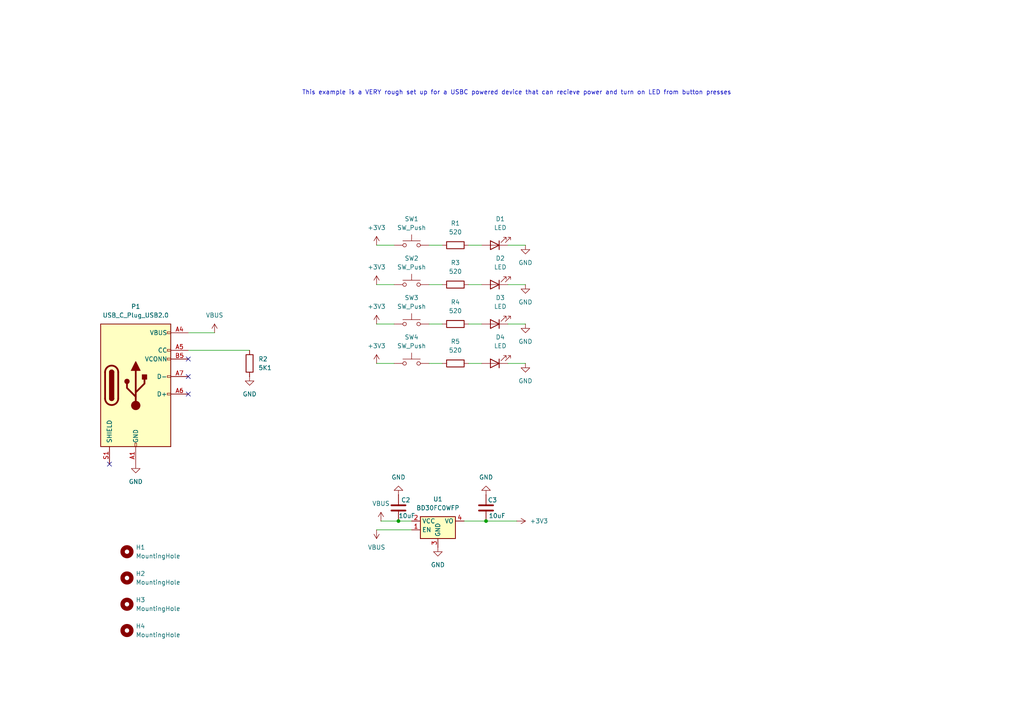
<source format=kicad_sch>
(kicad_sch (version 20231120) (generator "eeschema") (generator_version "8.0")
  (paper "A4")
  (lib_symbols
    (symbol "Connector:USB_C_Plug_USB2.0" (pin_names (offset 1.016))
      (property "Reference" "P" (at -10.16 19.05 0))
      (property "Value" "USB_C_Plug_USB2.0" (at 12.7 19.05 0))
      (symbol "USB_C_Plug_USB2.0_0_0"
        (rectangle (start -0.254 -17.78) (end 0.254 -16.764))
        (rectangle (start 10.16 -2.286) (end 9.144 -2.794))
        (rectangle (start 10.16 2.794) (end 9.144 2.286))
        (rectangle (start 10.16 7.874) (end 9.144 7.366))
        (rectangle (start 10.16 10.414) (end 9.144 9.906))
        (rectangle (start 10.16 15.494) (end 9.144 14.986))
      )
      (symbol "USB_C_Plug_USB2.0_0_1"
        (rectangle (start -10.16 17.78) (end 10.16 -17.78) (stroke (width 0.254)) (fill (type background)))
        (arc (start -8.89 -3.81) (mid -6.985 -5.7067) (end -5.08 -3.81) (stroke (width 0.508)))
        (arc (start -7.62 -3.81) (mid -6.985 -4.4423) (end -6.35 -3.81) (stroke (width 0.254)))
        (arc (start -7.62 -3.81) (mid -6.985 -4.4423) (end -6.35 -3.81) (stroke (width 0.254)) (fill (type outline)))
        (rectangle (start -7.62 -3.81) (end -6.35 3.81) (stroke (width 0.254)) (fill (type outline)))
        (arc (start -6.35 3.81) (mid -6.985 4.4423) (end -7.62 3.81) (stroke (width 0.254)))
        (arc (start -6.35 3.81) (mid -6.985 4.4423) (end -7.62 3.81) (stroke (width 0.254)) (fill (type outline)))
        (arc (start -5.08 3.81) (mid -6.985 5.7067) (end -8.89 3.81) (stroke (width 0.508)))
        (circle (center -2.54 1.143) (radius 0.635) (stroke (width 0.254)) (fill (type outline)))
        (circle (center 0 -5.842) (radius 1.27) (fill (type outline)))
        (polyline (pts (xy -8.89 -3.81) (xy -8.89 3.81)) (stroke (width 0.508)))
        (polyline (pts (xy -5.08 3.81) (xy -5.08 -3.81)) (stroke (width 0.508)))
        (polyline (pts (xy 0 -5.842) (xy 0 4.318)) (stroke (width 0.508)))
        (polyline (pts (xy 0 -3.302) (xy -2.54 -0.762) (xy -2.54 0.508)) (stroke (width 0.508)))
        (polyline (pts (xy 0 -2.032) (xy 2.54 0.508) (xy 2.54 1.778)) (stroke (width 0.508)))
        (polyline (pts (xy -1.27 4.318) (xy 0 6.858) (xy 1.27 4.318) (xy -1.27 4.318)) (stroke (width 0.254)) (fill (type outline)))
        (rectangle (start 1.905 1.778) (end 3.175 3.048) (stroke (width 0.254)) (fill (type outline)))
      )
      (symbol "USB_C_Plug_USB2.0_1_1"
        (pin passive line (at 0 -22.86 90) (length 5.08) (name "GND") (number "A1"))
        (pin passive line (at 0 -22.86 90) (length 5.08) hide (name "GND") (number "A12"))
        (pin passive line (at 15.24 15.24 180) (length 5.08) (name "VBUS") (number "A4"))
        (pin bidirectional line (at 15.24 10.16 180) (length 5.08) (name "CC") (number "A5"))
        (pin bidirectional line (at 15.24 -2.54 180) (length 5.08) (name "D+") (number "A6"))
        (pin bidirectional line (at 15.24 2.54 180) (length 5.08) (name "D-") (number "A7"))
        (pin passive line (at 15.24 15.24 180) (length 5.08) hide (name "VBUS") (number "A9"))
        (pin passive line (at 0 -22.86 90) (length 5.08) hide (name "GND") (number "B1"))
        (pin passive line (at 0 -22.86 90) (length 5.08) hide (name "GND") (number "B12"))
        (pin passive line (at 15.24 15.24 180) (length 5.08) hide (name "VBUS") (number "B4"))
        (pin bidirectional line (at 15.24 7.62 180) (length 5.08) (name "VCONN") (number "B5"))
        (pin passive line (at 15.24 15.24 180) (length 5.08) hide (name "VBUS") (number "B9"))
        (pin passive line (at -7.62 -22.86 90) (length 5.08) (name "SHIELD") (number "S1"))
      )
    )
    (symbol "Device:C" (pin_numbers hide) (pin_names (offset 0.254))
      (property "Reference" "C" (at 0.635 2.54 0))
      (property "Value" "C" (at 0.635 -2.54 0))
      (symbol "C_0_1"
        (polyline (pts (xy -2.032 -0.762) (xy 2.032 -0.762)) (stroke (width 0.508)))
        (polyline (pts (xy -2.032 0.762) (xy 2.032 0.762)) (stroke (width 0.508)))
      )
      (symbol "C_1_1"
        (pin passive line (at 0 3.81 270) (length 2.794) (name "~") (number "1"))
        (pin passive line (at 0 -3.81 90) (length 2.794) (name "~") (number "2"))
      )
    )
    (symbol "Device:LED" (pin_numbers hide) (pin_names (offset 1.016) hide)
      (property "Reference" "D" (at 0 2.54 0))
      (property "Value" "LED" (at 0 -2.54 0))
      (symbol "LED_0_1"
        (polyline (pts (xy -1.27 -1.27) (xy -1.27 1.27)) (stroke (width 0.254)))
        (polyline (pts (xy -1.27 0) (xy 1.27 0)))
        (polyline (pts (xy 1.27 -1.27) (xy 1.27 1.27) (xy -1.27 0) (xy 1.27 -1.27)) (stroke (width 0.254)))
        (polyline (pts (xy -3.048 -0.762) (xy -4.572 -2.286) (xy -3.81 -2.286) (xy -4.572 -2.286) (xy -4.572 -1.524)))
        (polyline (pts (xy -1.778 -0.762) (xy -3.302 -2.286) (xy -2.54 -2.286) (xy -3.302 -2.286) (xy -3.302 -1.524)))
      )
      (symbol "LED_1_1"
        (pin passive line (at -3.81 0 0) (length 2.54) (name "K") (number "1"))
        (pin passive line (at 3.81 0 180) (length 2.54) (name "A") (number "2"))
      )
    )
    (symbol "Device:R" (pin_numbers hide) (pin_names (offset 0))
      (property "Reference" "R" (at 2.032 0 90))
      (property "Value" "R" (at 0 0 90))
      (symbol "R_0_1"
        (rectangle (start -1.016 -2.54) (end 1.016 2.54) (stroke (width 0.254)))
      )
      (symbol "R_1_1"
        (pin passive line (at 0 3.81 270) (length 1.27) (name "~") (number "1"))
        (pin passive line (at 0 -3.81 90) (length 1.27) (name "~") (number "2"))
      )
    )
    (symbol "Mechanical:MountingHole" (pin_names (offset 1.016)) (exclude_from_sim yes) (in_bom no)
      (property "Reference" "H" (at 0 5.08 0))
      (property "Value" "MountingHole" (at 0 3.175 0))
      (symbol "MountingHole_0_1"
        (circle (center 0 0) (radius 1.27) (stroke (width 1.27)))
      )
    )
    (symbol "Regulator_Linear:BD30FC0WFP"
      (property "Reference" "U" (at 0 7.62 0))
      (property "Value" "BD30FC0WFP" (at 0 5.08 0))
      (symbol "BD30FC0WFP_1_1"
        (rectangle (start -5.08 -5.08) (end 5.08 1.27) (stroke (width 0.254)) (fill (type background)))
        (pin input line (at -7.62 -2.54 0) (length 2.54) (name "EN") (number "1"))
        (pin power_in line (at -7.62 0 0) (length 2.54) (name "VCC") (number "2"))
        (pin power_in line (at 0 -7.62 90) (length 2.54) (name "GND") (number "3"))
        (pin power_out line (at 7.62 0 180) (length 2.54) (name "VO") (number "4"))
        (pin no_connect line (at 5.08 -2.54 180) (length 2.54) hide (name "NC") (number "5"))
      )
    )
    (symbol "Switch:SW_Push" (pin_numbers hide) (pin_names (offset 1.016) hide)
      (property "Reference" "SW" (at 1.27 2.54 0))
      (property "Value" "SW_Push" (at 0 -1.524 0))
      (symbol "SW_Push_0_1"
        (circle (center -2.032 0) (radius 0.508))
        (polyline (pts (xy 0 1.27) (xy 0 3.048)))
        (polyline (pts (xy 2.54 1.27) (xy -2.54 1.27)))
        (circle (center 2.032 0) (radius 0.508))
        (pin passive line (at -5.08 0 0) (length 2.54) (name "1") (number "1"))
        (pin passive line (at 5.08 0 180) (length 2.54) (name "2") (number "2"))
      )
    )
    (symbol "power:+3V3" (power) (pin_numbers hide) (pin_names (offset 0) hide)
      (property "Value" "+3V3" (at 0 3.556 0))
      (symbol "+3V3_0_1"
        (polyline (pts (xy -0.762 1.27) (xy 0 2.54)))
        (polyline (pts (xy 0 0) (xy 0 2.54)))
        (polyline (pts (xy 0 2.54) (xy 0.762 1.27)))
      )
      (symbol "+3V3_1_1"
        (pin power_in line (at 0 0 90) (length 0) (name "~") (number "1"))
      )
    )
    (symbol "power:GND" (power) (pin_numbers hide) (pin_names (offset 0) hide)
      (property "Value" "GND" (at 0 -3.81 0))
      (symbol "GND_0_1"
        (polyline (pts (xy 0 0) (xy 0 -1.27) (xy 1.27 -1.27) (xy 0 -2.54) (xy -1.27 -1.27) (xy 0 -1.27)))
      )
      (symbol "GND_1_1"
        (pin power_in line (at 0 0 270) (length 0) (name "~") (number "1"))
      )
    )
    (symbol "power:VBUS" (power) (pin_numbers hide) (pin_names (offset 0) hide)
      (property "Value" "VBUS" (at 0 3.556 0))
      (symbol "VBUS_0_1"
        (polyline (pts (xy -0.762 1.27) (xy 0 2.54)))
        (polyline (pts (xy 0 0) (xy 0 2.54)))
        (polyline (pts (xy 0 2.54) (xy 0.762 1.27)))
      )
      (symbol "VBUS_1_1"
        (pin power_in line (at 0 0 90) (length 0) (name "~") (number "1"))
      )
    )
  )
  (junction (at 140.97 151.13))
  (junction (at 115.57 151.13))
  (no_connect (at 54.61 114.3))
  (no_connect (at 31.75 134.62))
  (no_connect (at 54.61 109.22))
  (no_connect (at 54.61 104.14))
  (wire (pts (xy 128.27 93.98) (xy 124.46 93.98)))
  (wire (pts (xy 134.62 151.13) (xy 140.97 151.13)))
  (wire (pts (xy 152.4 105.41) (xy 147.32 105.41)))
  (wire (pts (xy 152.4 82.55) (xy 147.32 82.55)))
  (wire (pts (xy 115.57 151.13) (xy 119.38 151.13)))
  (wire (pts (xy 110.49 151.13) (xy 115.57 151.13)))
  (wire (pts (xy 128.27 82.55) (xy 124.46 82.55)))
  (wire (pts (xy 139.7 82.55) (xy 135.89 82.55)))
  (wire (pts (xy 139.7 71.12) (xy 135.89 71.12)))
  (wire (pts (xy 109.22 153.67) (xy 119.38 153.67)))
  (wire (pts (xy 109.22 82.55) (xy 114.3 82.55)))
  (wire (pts (xy 139.7 105.41) (xy 135.89 105.41)))
  (wire (pts (xy 109.22 105.41) (xy 114.3 105.41)))
  (wire (pts (xy 149.86 151.13) (xy 140.97 151.13)))
  (wire (pts (xy 128.27 71.12) (xy 124.46 71.12)))
  (wire (pts (xy 109.22 71.12) (xy 114.3 71.12)))
  (wire (pts (xy 152.4 71.12) (xy 147.32 71.12)))
  (wire (pts (xy 139.7 93.98) (xy 135.89 93.98)))
  (wire (pts (xy 72.39 101.6) (xy 54.61 101.6)))
  (wire (pts (xy 109.22 93.98) (xy 114.3 93.98)))
  (wire (pts (xy 128.27 105.41) (xy 124.46 105.41)))
  (wire (pts (xy 62.23 96.52) (xy 54.61 96.52)))
  (wire (pts (xy 152.4 93.98) (xy 147.32 93.98)))
  (text "This example is a VERY rough set up for a USBC powered device that can recieve power and turn on LED from button presses" (at 149.86 26.924 0) (effects (font (size 1.27 1.27))))
  (symbol (lib_id "Mechanical:MountingHole") (at 36.83 160.02 0) (unit 1) (exclude_from_sim yes) (in_bom no)
    (property "Reference" "H1" (at 39.37 158.7499 0) (effects (justify left)))
    (property "Value" "MountingHole" (at 39.37 161.2899 0) (effects (justify left)))
    (property "Footprint" "MountingHole:MountingHole_4mm" (effects (hide yes)))
    (property "Description" "Mounting Hole without connection" (effects (hide yes)))
  )
  (symbol (lib_id "Device:C") (at 115.57 147.32 0) (unit 1)
    (property "Reference" "C2" (at 116.332 145.034 0) (effects (justify left)))
    (property "Value" "10uF" (at 115.57 149.606 0) (effects (justify left)))
    (property "Footprint" "Capacitor_SMD:C_0603_1608Metric" (effects (hide yes)))
    (property "Description" "Unpolarized capacitor" (effects (hide yes)))
  )
  (symbol (lib_id "Mechanical:MountingHole") (at 36.83 175.26 0) (unit 1) (exclude_from_sim yes) (in_bom no)
    (property "Reference" "H3" (at 39.37 173.9899 0) (effects (justify left)))
    (property "Value" "MountingHole" (at 39.37 176.5299 0) (effects (justify left)))
    (property "Footprint" "MountingHole:MountingHole_4mm" (effects (hide yes)))
    (property "Description" "Mounting Hole without connection" (effects (hide yes)))
  )
  (symbol (lib_id "power:GND") (at 72.39 109.22 0) (unit 1)
    (property "Reference" "#PWR01" (effects (hide yes)))
    (property "Value" "GND" (at 72.39 114.3 0))
    (property "Description" "Power symbol creates a global label with name \"GND\" , ground" (effects (hide yes)))
  )
  (symbol (lib_id "power:GND") (at 152.4 105.41 0) (unit 1)
    (property "Reference" "#PWR013" (effects (hide yes)))
    (property "Value" "GND" (at 152.4 110.49 0))
    (property "Description" "Power symbol creates a global label with name \"GND\" , ground" (effects (hide yes)))
  )
  (symbol (lib_id "power:+3V3") (at 109.22 105.41 0) (unit 1)
    (property "Reference" "#PWR014" (effects (hide yes)))
    (property "Value" "+3V3" (at 109.22 100.33 0))
    (property "Description" "Power symbol creates a global label with name \"+3V3\"" (effects (hide yes)))
  )
  (symbol (lib_id "power:GND") (at 115.57 143.51 180) (unit 1)
    (property "Reference" "#PWR06" (effects (hide yes)))
    (property "Value" "GND" (at 115.57 138.43 0))
    (property "Description" "Power symbol creates a global label with name \"GND\" , ground" (effects (hide yes)))
  )
  (symbol (lib_id "power:GND") (at 39.37 134.62 0) (unit 1)
    (property "Reference" "#PWR02" (effects (hide yes)))
    (property "Value" "GND" (at 39.37 139.7 0))
    (property "Description" "Power symbol creates a global label with name \"GND\" , ground" (effects (hide yes)))
  )
  (symbol (lib_id "power:GND") (at 140.97 143.51 180) (unit 1)
    (property "Reference" "#PWR07" (effects (hide yes)))
    (property "Value" "GND" (at 140.97 138.43 0))
    (property "Description" "Power symbol creates a global label with name \"GND\" , ground" (effects (hide yes)))
  )
  (symbol (lib_id "power:GND") (at 127 158.75 0) (unit 1)
    (property "Reference" "#PWR08" (effects (hide yes)))
    (property "Value" "GND" (at 127 163.83 0))
    (property "Description" "Power symbol creates a global label with name \"GND\" , ground" (effects (hide yes)))
  )
  (symbol (lib_id "Device:LED") (at 143.51 93.98 180) (unit 1)
    (property "Reference" "D3" (at 145.0975 86.36 0))
    (property "Value" "LED" (at 145.0975 88.9 0))
    (property "Footprint" "LED_SMD:LED_2010_5025Metric" (effects (hide yes)))
    (property "Description" "Light emitting diode" (effects (hide yes)))
  )
  (symbol (lib_id "Device:LED") (at 143.51 82.55 180) (unit 1)
    (property "Reference" "D2" (at 145.0975 74.93 0))
    (property "Value" "LED" (at 145.0975 77.47 0))
    (property "Footprint" "LED_SMD:LED_2010_5025Metric" (effects (hide yes)))
    (property "Description" "Light emitting diode" (effects (hide yes)))
  )
  (symbol (lib_id "Switch:SW_Push") (at 119.38 105.41 0) (unit 1)
    (property "Reference" "SW4" (at 119.38 97.79 0))
    (property "Value" "SW_Push" (at 119.38 100.33 0))
    (property "Footprint" "Button_Switch_THT:SW_CW_GPTS203211B" (effects (hide yes)))
    (property "Description" "Push button switch, generic, two pins" (effects (hide yes)))
  )
  (symbol (lib_id "power:+3V3") (at 149.86 151.13 270) (unit 1)
    (property "Reference" "#PWR09" (effects (hide yes)))
    (property "Value" "+3V3" (at 153.67 151.1299 90) (effects (justify left)))
    (property "Description" "Power symbol creates a global label with name \"+3V3\"" (effects (hide yes)))
  )
  (symbol (lib_id "Device:LED") (at 143.51 105.41 180) (unit 1)
    (property "Reference" "D4" (at 145.0975 97.79 0))
    (property "Value" "LED" (at 145.0975 100.33 0))
    (property "Footprint" "LED_SMD:LED_2010_5025Metric" (effects (hide yes)))
    (property "Description" "Light emitting diode" (effects (hide yes)))
  )
  (symbol (lib_id "power:GND") (at 152.4 82.55 0) (unit 1)
    (property "Reference" "#PWR011" (effects (hide yes)))
    (property "Value" "GND" (at 152.4 87.63 0))
    (property "Description" "Power symbol creates a global label with name \"GND\" , ground" (effects (hide yes)))
  )
  (symbol (lib_id "Device:LED") (at 143.51 71.12 180) (unit 1)
    (property "Reference" "D1" (at 145.0975 63.5 0))
    (property "Value" "LED" (at 145.0975 66.04 0))
    (property "Footprint" "LED_SMD:LED_2010_5025Metric" (effects (hide yes)))
    (property "Description" "Light emitting diode" (effects (hide yes)))
  )
  (symbol (lib_id "Device:R") (at 132.08 93.98 90) (unit 1)
    (property "Reference" "R4" (at 132.08 87.63 90))
    (property "Value" "520" (at 132.08 90.17 90))
    (property "Footprint" "Resistor_SMD:R_0805_2012Metric" (effects (hide yes)))
    (property "Description" "Resistor" (effects (hide yes)))
  )
  (symbol (lib_id "Switch:SW_Push") (at 119.38 93.98 0) (unit 1)
    (property "Reference" "SW3" (at 119.38 86.36 0))
    (property "Value" "SW_Push" (at 119.38 88.9 0))
    (property "Footprint" "Button_Switch_THT:SW_CW_GPTS203211B" (effects (hide yes)))
    (property "Description" "Push button switch, generic, two pins" (effects (hide yes)))
  )
  (symbol (lib_id "power:VBUS") (at 62.23 96.52 0) (unit 1)
    (property "Reference" "#PWR03" (effects (hide yes)))
    (property "Value" "VBUS" (at 62.23 91.44 0))
    (property "Description" "Power symbol creates a global label with name \"VBUS\"" (effects (hide yes)))
  )
  (symbol (lib_id "Connector:USB_C_Plug_USB2.0") (at 39.37 111.76 0) (unit 1)
    (property "Reference" "P1" (at 39.37 88.9 0))
    (property "Value" "USB_C_Plug_USB2.0" (at 39.37 91.44 0))
    (property "Footprint" "Connector_USB:USB_C_Plug_ShenzhenJingTuoJin_918-118A2021Y40002_Vertical" (effects (hide yes)))
    (property "Datasheet" "https://www.usb.org/sites/default/files/documents/usb_type-c.zip" (effects (hide yes)))
    (property "Description" "USB 2.0-only Type-C Plug connector" (effects (hide yes)))
  )
  (symbol (lib_id "Device:R") (at 72.39 105.41 0) (unit 1)
    (property "Reference" "R2" (at 74.93 104.1399 0) (effects (justify left)))
    (property "Value" "5K1" (at 74.93 106.6799 0) (effects (justify left)))
    (property "Footprint" "Resistor_SMD:R_0603_1608Metric" (effects (hide yes)))
    (property "Description" "Resistor" (effects (hide yes)))
  )
  (symbol (lib_id "Switch:SW_Push") (at 119.38 82.55 0) (unit 1)
    (property "Reference" "SW2" (at 119.38 74.93 0))
    (property "Value" "SW_Push" (at 119.38 77.47 0))
    (property "Footprint" "Button_Switch_THT:SW_CW_GPTS203211B" (effects (hide yes)))
    (property "Description" "Push button switch, generic, two pins" (effects (hide yes)))
  )
  (symbol (lib_id "power:GND") (at 152.4 93.98 0) (unit 1)
    (property "Reference" "#PWR012" (effects (hide yes)))
    (property "Value" "GND" (at 152.4 99.06 0))
    (property "Description" "Power symbol creates a global label with name \"GND\" , ground" (effects (hide yes)))
  )
  (symbol (lib_id "Device:R") (at 132.08 105.41 90) (unit 1)
    (property "Reference" "R5" (at 132.08 99.06 90))
    (property "Value" "520" (at 132.08 101.6 90))
    (property "Footprint" "Resistor_SMD:R_0805_2012Metric" (effects (hide yes)))
    (property "Description" "Resistor" (effects (hide yes)))
  )
  (symbol (lib_id "power:+3V3") (at 109.22 82.55 0) (unit 1)
    (property "Reference" "#PWR016" (effects (hide yes)))
    (property "Value" "+3V3" (at 109.22 77.47 0))
    (property "Description" "Power symbol creates a global label with name \"+3V3\"" (effects (hide yes)))
  )
  (symbol (lib_id "Device:C") (at 140.97 147.32 0) (unit 1)
    (property "Reference" "C3" (at 141.478 145.034 0) (effects (justify left)))
    (property "Value" "10uF" (at 141.732 149.606 0) (effects (justify left)))
    (property "Footprint" "Capacitor_SMD:C_0603_1608Metric" (effects (hide yes)))
    (property "Description" "Unpolarized capacitor" (effects (hide yes)))
  )
  (symbol (lib_id "Mechanical:MountingHole") (at 36.83 182.88 0) (unit 1) (exclude_from_sim yes) (in_bom no)
    (property "Reference" "H4" (at 39.37 181.6099 0) (effects (justify left)))
    (property "Value" "MountingHole" (at 39.37 184.1499 0) (effects (justify left)))
    (property "Footprint" "MountingHole:MountingHole_4mm" (effects (hide yes)))
    (property "Description" "Mounting Hole without connection" (effects (hide yes)))
  )
  (symbol (lib_id "Switch:SW_Push") (at 119.38 71.12 0) (unit 1)
    (property "Reference" "SW1" (at 119.38 63.5 0))
    (property "Value" "SW_Push" (at 119.38 66.04 0))
    (property "Footprint" "Button_Switch_THT:SW_CW_GPTS203211B" (effects (hide yes)))
    (property "Description" "Push button switch, generic, two pins" (effects (hide yes)))
  )
  (symbol (lib_id "Device:R") (at 132.08 82.55 90) (unit 1)
    (property "Reference" "R3" (at 132.08 76.2 90))
    (property "Value" "520" (at 132.08 78.74 90))
    (property "Footprint" "Resistor_SMD:R_0805_2012Metric" (effects (hide yes)))
    (property "Description" "Resistor" (effects (hide yes)))
  )
  (symbol (lib_id "power:GND") (at 152.4 71.12 0) (unit 1)
    (property "Reference" "#PWR010" (effects (hide yes)))
    (property "Value" "GND" (at 152.4 76.2 0))
    (property "Description" "Power symbol creates a global label with name \"GND\" , ground" (effects (hide yes)))
  )
  (symbol (lib_id "power:+3V3") (at 109.22 71.12 0) (unit 1)
    (property "Reference" "#PWR017" (effects (hide yes)))
    (property "Value" "+3V3" (at 109.22 66.04 0))
    (property "Description" "Power symbol creates a global label with name \"+3V3\"" (effects (hide yes)))
  )
  (symbol (lib_id "Mechanical:MountingHole") (at 36.83 167.64 0) (unit 1) (exclude_from_sim yes) (in_bom no)
    (property "Reference" "H2" (at 39.37 166.3699 0) (effects (justify left)))
    (property "Value" "MountingHole" (at 39.37 168.9099 0) (effects (justify left)))
    (property "Footprint" "MountingHole:MountingHole_4mm" (effects (hide yes)))
    (property "Description" "Mounting Hole without connection" (effects (hide yes)))
  )
  (symbol (lib_id "power:VBUS") (at 110.49 151.13 0) (unit 1)
    (property "Reference" "#PWR04" (effects (hide yes)))
    (property "Value" "VBUS" (at 110.49 146.05 0))
    (property "Description" "Power symbol creates a global label with name \"VBUS\"" (effects (hide yes)))
  )
  (symbol (lib_id "Device:R") (at 132.08 71.12 90) (unit 1)
    (property "Reference" "R1" (at 132.08 64.77 90))
    (property "Value" "520" (at 132.08 67.31 90))
    (property "Footprint" "Resistor_SMD:R_0805_2012Metric" (effects (hide yes)))
    (property "Description" "Resistor" (effects (hide yes)))
  )
  (symbol (lib_id "power:+3V3") (at 109.22 93.98 0) (unit 1)
    (property "Reference" "#PWR015" (effects (hide yes)))
    (property "Value" "+3V3" (at 109.22 88.9 0))
    (property "Description" "Power symbol creates a global label with name \"+3V3\"" (effects (hide yes)))
  )
  (symbol (lib_id "Regulator_Linear:BD30FC0WFP") (at 127 151.13 0) (unit 1)
    (property "Reference" "U1" (at 127 144.78 0))
    (property "Value" "BD30FC0WFP" (at 127 147.32 0))
    (property "Footprint" "Package_TO_SOT_SMD:TO-252-4" (effects (hide yes)))
    (property "Datasheet" "https://fscdn.rohm.com/en/products/databook/datasheet/ic/power/linear_regulator/bdxxfc0wefj-e.pdf" (effects (hide yes)))
    (property "Description" "1A, 3.0V LDO regulator with OVP & TSP, with enable, TO-252" (effects (hide yes)))
  )
  (symbol (lib_id "power:VBUS") (at 109.22 153.67 180) (unit 1)
    (property "Reference" "#PWR05" (effects (hide yes)))
    (property "Value" "VBUS" (at 109.22 158.75 0))
    (property "Description" "Power symbol creates a global label with name \"VBUS\"" (effects (hide yes)))
  )
)
</source>
